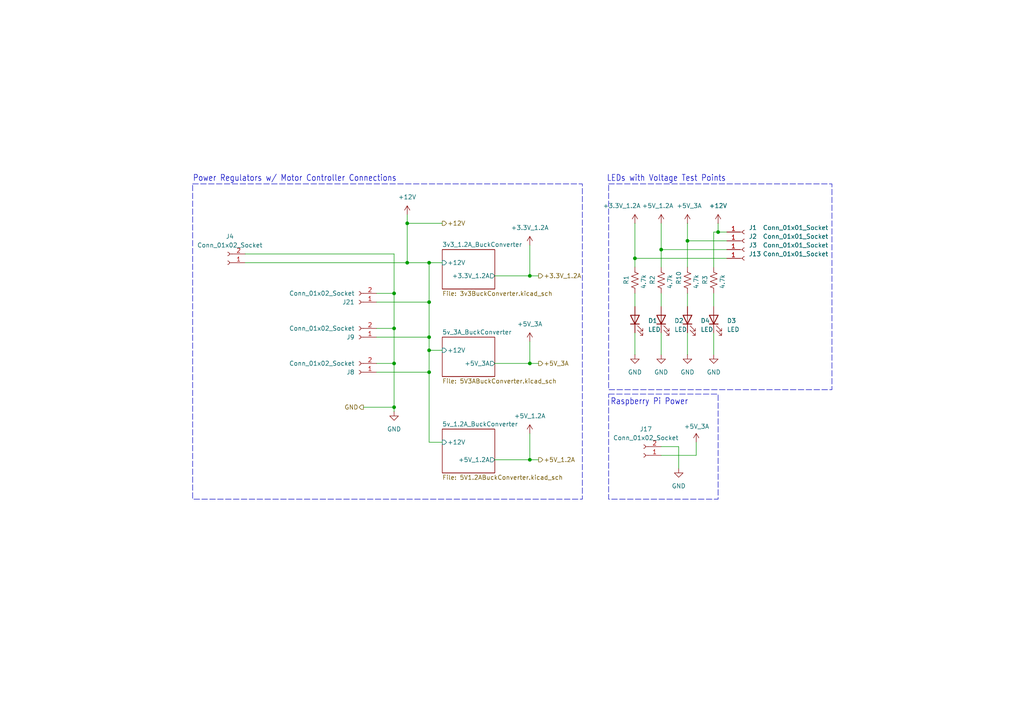
<source format=kicad_sch>
(kicad_sch (version 20231120) (generator "eeschema") (generator_version "8.0")
  (paper "A4")
  (title_block (title "Oxygen Delivery Robot Main PCB") (rev "1") (company "UIUC - ECE 445 Senior Design Lab - Spring 2024") (comment 1 "Rutvik Sayankar"))
  (lib_symbols
    (symbol "+12V_1" (power) (pin_numbers hide) (pin_names (offset 0) hide)
      (property "Value" "+12V" (at 0 3.556 0))
      (symbol "+12V_1_0_1"
        (polyline (pts (xy -0.762 1.27) (xy 0 2.54)))
        (polyline (pts (xy 0 0) (xy 0 2.54)))
        (polyline (pts (xy 0 2.54) (xy 0.762 1.27)))
      )
      (symbol "+12V_1_1_1"
        (pin power_in line (at 0 0 90) (length 0) (name "~") (number "1"))
      )
    )
    (symbol "+3.3V_1" (power) (pin_numbers hide) (pin_names (offset 0) hide)
      (property "Value" "+3.3V" (at 0 3.556 0))
      (symbol "+3.3V_1_0_1"
        (polyline (pts (xy -0.762 1.27) (xy 0 2.54)))
        (polyline (pts (xy 0 0) (xy 0 2.54)))
        (polyline (pts (xy 0 2.54) (xy 0.762 1.27)))
      )
      (symbol "+3.3V_1_1_1"
        (pin power_in line (at 0 0 90) (length 0) (name "~") (number "1"))
      )
    )
    (symbol "+3.3V_2" (power) (pin_numbers hide) (pin_names (offset 0) hide)
      (property "Value" "+3.3V" (at 0 3.556 0))
      (symbol "+3.3V_2_0_1"
        (polyline (pts (xy -0.762 1.27) (xy 0 2.54)))
        (polyline (pts (xy 0 0) (xy 0 2.54)))
        (polyline (pts (xy 0 2.54) (xy 0.762 1.27)))
      )
      (symbol "+3.3V_2_1_1"
        (pin power_in line (at 0 0 90) (length 0) (name "~") (number "1"))
      )
    )
    (symbol "+5V_1" (power) (pin_numbers hide) (pin_names (offset 0) hide)
      (property "Value" "+5V" (at 0 3.556 0))
      (symbol "+5V_1_0_1"
        (polyline (pts (xy -0.762 1.27) (xy 0 2.54)))
        (polyline (pts (xy 0 0) (xy 0 2.54)))
        (polyline (pts (xy 0 2.54) (xy 0.762 1.27)))
      )
      (symbol "+5V_1_1_1"
        (pin power_in line (at 0 0 90) (length 0) (name "~") (number "1"))
      )
    )
    (symbol "+5V_2" (power) (pin_numbers hide) (pin_names (offset 0) hide)
      (property "Value" "+5V" (at 0 3.556 0))
      (symbol "+5V_2_0_1"
        (polyline (pts (xy -0.762 1.27) (xy 0 2.54)))
        (polyline (pts (xy 0 0) (xy 0 2.54)))
        (polyline (pts (xy 0 2.54) (xy 0.762 1.27)))
      )
      (symbol "+5V_2_1_1"
        (pin power_in line (at 0 0 90) (length 0) (name "~") (number "1"))
      )
    )
    (symbol "Connector:Conn_01x01_Socket" (pin_names (offset 1.016) hide)
      (property "Reference" "J" (at 0 2.54 0))
      (property "Value" "Conn_01x01_Socket" (at 0 -2.54 0))
      (symbol "Conn_01x01_Socket_1_1"
        (polyline (pts (xy -1.27 0) (xy -0.508 0)) (stroke (width 0.1524)))
        (arc (start 0 0.508) (mid -0.5058 0) (end 0 -0.508) (stroke (width 0.1524)))
        (pin passive line (at -5.08 0 0) (length 3.81) (name "Pin_1") (number "1"))
      )
    )
    (symbol "Connector:Conn_01x02_Socket" (pin_names (offset 1.016) hide)
      (property "Reference" "J" (at 0 2.54 0))
      (property "Value" "Conn_01x02_Socket" (at 0 -5.08 0))
      (symbol "Conn_01x02_Socket_1_1"
        (arc (start 0 -2.032) (mid -0.5058 -2.54) (end 0 -3.048) (stroke (width 0.1524)))
        (polyline (pts (xy -1.27 -2.54) (xy -0.508 -2.54)) (stroke (width 0.1524)))
        (polyline (pts (xy -1.27 0) (xy -0.508 0)) (stroke (width 0.1524)))
        (arc (start 0 0.508) (mid -0.5058 0) (end 0 -0.508) (stroke (width 0.1524)))
        (pin passive line (at -5.08 0 0) (length 3.81) (name "Pin_1") (number "1"))
        (pin passive line (at -5.08 -2.54 0) (length 3.81) (name "Pin_2") (number "2"))
      )
    )
    (symbol "Device:LED" (pin_numbers hide) (pin_names (offset 1.016) hide)
      (property "Reference" "D" (at 0 2.54 0))
      (property "Value" "LED" (at 0 -2.54 0))
      (symbol "LED_0_1"
        (polyline (pts (xy -1.27 -1.27) (xy -1.27 1.27)) (stroke (width 0.254)))
        (polyline (pts (xy -1.27 0) (xy 1.27 0)))
        (polyline (pts (xy 1.27 -1.27) (xy 1.27 1.27) (xy -1.27 0) (xy 1.27 -1.27)) (stroke (width 0.254)))
        (polyline (pts (xy -3.048 -0.762) (xy -4.572 -2.286) (xy -3.81 -2.286) (xy -4.572 -2.286) (xy -4.572 -1.524)))
        (polyline (pts (xy -1.778 -0.762) (xy -3.302 -2.286) (xy -2.54 -2.286) (xy -3.302 -2.286) (xy -3.302 -1.524)))
      )
      (symbol "LED_1_1"
        (pin passive line (at -3.81 0 0) (length 2.54) (name "K") (number "1"))
        (pin passive line (at 3.81 0 180) (length 2.54) (name "A") (number "2"))
      )
    )
    (symbol "Device:R_US" (pin_numbers hide) (pin_names (offset 0))
      (property "Reference" "R" (at 2.54 0 90))
      (property "Value" "R_US" (at -2.54 0 90))
      (symbol "R_US_0_1"
        (polyline (pts (xy 0 -2.286) (xy 0 -2.54)))
        (polyline (pts (xy 0 2.286) (xy 0 2.54)))
        (polyline (pts (xy 0 -0.762) (xy 1.016 -1.143) (xy 0 -1.524) (xy -1.016 -1.905) (xy 0 -2.286)))
        (polyline (pts (xy 0 0.762) (xy 1.016 0.381) (xy 0 0) (xy -1.016 -0.381) (xy 0 -0.762)))
        (polyline (pts (xy 0 2.286) (xy 1.016 1.905) (xy 0 1.524) (xy -1.016 1.143) (xy 0 0.762)))
      )
      (symbol "R_US_1_1"
        (pin passive line (at 0 3.81 270) (length 1.27) (name "~") (number "1"))
        (pin passive line (at 0 -3.81 90) (length 1.27) (name "~") (number "2"))
      )
    )
    (symbol "GND_1" (power) (pin_numbers hide) (pin_names (offset 0) hide)
      (property "Value" "GND" (at 0 -3.81 0))
      (symbol "GND_1_0_1"
        (polyline (pts (xy 0 0) (xy 0 -1.27) (xy 1.27 -1.27) (xy 0 -2.54) (xy -1.27 -1.27) (xy 0 -1.27)))
      )
      (symbol "GND_1_1_1"
        (pin power_in line (at 0 0 270) (length 0) (name "~") (number "1"))
      )
    )
    (symbol "GND_2" (power) (pin_numbers hide) (pin_names (offset 0) hide)
      (property "Value" "GND" (at 0 -3.81 0))
      (symbol "GND_2_0_1"
        (polyline (pts (xy 0 0) (xy 0 -1.27) (xy 1.27 -1.27) (xy 0 -2.54) (xy -1.27 -1.27) (xy 0 -1.27)))
      )
      (symbol "GND_2_1_1"
        (pin power_in line (at 0 0 270) (length 0) (name "~") (number "1"))
      )
    )
    (symbol "power:GND" (power) (pin_numbers hide) (pin_names (offset 0) hide)
      (property "Value" "GND" (at 0 -3.81 0))
      (symbol "GND_0_1"
        (polyline (pts (xy 0 0) (xy 0 -1.27) (xy 1.27 -1.27) (xy 0 -2.54) (xy -1.27 -1.27) (xy 0 -1.27)))
      )
      (symbol "GND_1_1"
        (pin power_in line (at 0 0 270) (length 0) (name "~") (number "1"))
      )
    )
  )
  (junction (at 191.77 72.39))
  (junction (at 208.28 67.31))
  (junction (at 114.3 118.11))
  (junction (at 124.46 76.2))
  (junction (at 124.46 101.6))
  (junction (at 153.67 133.35))
  (junction (at 118.11 64.77))
  (junction (at 184.15 74.93))
  (junction (at 114.3 95.25))
  (junction (at 114.3 105.41))
  (junction (at 153.67 105.41))
  (junction (at 114.3 85.09))
  (junction (at 153.67 80.01))
  (junction (at 124.46 87.63))
  (junction (at 118.11 76.2))
  (junction (at 199.39 69.85))
  (junction (at 124.46 107.95))
  (junction (at 124.46 97.79))
  (wire (pts (xy 109.22 105.41) (xy 114.3 105.41)))
  (wire (pts (xy 153.67 80.01) (xy 156.21 80.01)))
  (wire (pts (xy 184.15 96.52) (xy 184.15 102.87)))
  (wire (pts (xy 208.28 67.31) (xy 210.82 67.31)))
  (wire (pts (xy 207.01 96.52) (xy 207.01 102.87)))
  (wire (pts (xy 128.27 128.27) (xy 124.46 128.27)))
  (wire (pts (xy 124.46 97.79) (xy 124.46 87.63)))
  (wire (pts (xy 199.39 85.09) (xy 199.39 88.9)))
  (wire (pts (xy 184.15 85.09) (xy 184.15 88.9)))
  (wire (pts (xy 153.67 133.35) (xy 153.67 125.73)))
  (wire (pts (xy 191.77 72.39) (xy 210.82 72.39)))
  (wire (pts (xy 105.41 118.11) (xy 114.3 118.11)))
  (wire (pts (xy 114.3 73.66) (xy 114.3 85.09)))
  (wire (pts (xy 109.22 85.09) (xy 114.3 85.09)))
  (wire (pts (xy 109.22 97.79) (xy 124.46 97.79)))
  (wire (pts (xy 124.46 87.63) (xy 124.46 76.2)))
  (wire (pts (xy 191.77 85.09) (xy 191.77 88.9)))
  (wire (pts (xy 184.15 74.93) (xy 210.82 74.93)))
  (wire (pts (xy 208.28 64.77) (xy 208.28 67.31)))
  (wire (pts (xy 191.77 132.08) (xy 201.93 132.08)))
  (wire (pts (xy 184.15 64.77) (xy 184.15 74.93)))
  (wire (pts (xy 153.67 99.06) (xy 153.67 105.41)))
  (wire (pts (xy 71.12 76.2) (xy 118.11 76.2)))
  (wire (pts (xy 153.67 105.41) (xy 156.21 105.41)))
  (wire (pts (xy 114.3 105.41) (xy 114.3 118.11)))
  (wire (pts (xy 118.11 62.23) (xy 118.11 64.77)))
  (wire (pts (xy 143.51 133.35) (xy 153.67 133.35)))
  (wire (pts (xy 191.77 96.52) (xy 191.77 102.87)))
  (wire (pts (xy 109.22 107.95) (xy 124.46 107.95)))
  (wire (pts (xy 199.39 69.85) (xy 210.82 69.85)))
  (wire (pts (xy 143.51 105.41) (xy 153.67 105.41)))
  (wire (pts (xy 71.12 73.66) (xy 114.3 73.66)))
  (wire (pts (xy 191.77 129.54) (xy 196.85 129.54)))
  (wire (pts (xy 124.46 128.27) (xy 124.46 107.95)))
  (wire (pts (xy 207.01 85.09) (xy 207.01 88.9)))
  (wire (pts (xy 184.15 74.93) (xy 184.15 77.47)))
  (wire (pts (xy 191.77 64.77) (xy 191.77 72.39)))
  (wire (pts (xy 199.39 64.77) (xy 199.39 69.85)))
  (wire (pts (xy 114.3 85.09) (xy 114.3 95.25)))
  (wire (pts (xy 118.11 64.77) (xy 118.11 76.2)))
  (wire (pts (xy 114.3 118.11) (xy 114.3 119.38)))
  (wire (pts (xy 124.46 101.6) (xy 124.46 97.79)))
  (wire (pts (xy 118.11 64.77) (xy 128.27 64.77)))
  (wire (pts (xy 109.22 87.63) (xy 124.46 87.63)))
  (wire (pts (xy 153.67 133.35) (xy 156.21 133.35)))
  (wire (pts (xy 207.01 67.31) (xy 208.28 67.31)))
  (wire (pts (xy 128.27 101.6) (xy 124.46 101.6)))
  (wire (pts (xy 114.3 95.25) (xy 114.3 105.41)))
  (wire (pts (xy 196.85 129.54) (xy 196.85 135.89)))
  (wire (pts (xy 109.22 95.25) (xy 114.3 95.25)))
  (wire (pts (xy 118.11 76.2) (xy 124.46 76.2)))
  (wire (pts (xy 201.93 132.08) (xy 201.93 128.27)))
  (wire (pts (xy 191.77 72.39) (xy 191.77 77.47)))
  (wire (pts (xy 153.67 80.01) (xy 153.67 71.12)))
  (wire (pts (xy 199.39 96.52) (xy 199.39 102.87)))
  (wire (pts (xy 124.46 107.95) (xy 124.46 101.6)))
  (wire (pts (xy 207.01 67.31) (xy 207.01 77.47)))
  (wire (pts (xy 143.51 80.01) (xy 153.67 80.01)))
  (wire (pts (xy 199.39 69.85) (xy 199.39 77.47)))
  (wire (pts (xy 124.46 76.2) (xy 128.27 76.2)))
  (rectangle (start 176.53 53.34) (end 241.3 113.03) (stroke (width 0) (type dash)))
  (rectangle (start 176.53 114.3) (end 208.28 144.78) (stroke (width 0) (type dash)))
  (rectangle (start 55.88 53.34) (end 168.91 144.78) (stroke (width 0) (type dash)))
  (text "Power Regulators w/ Motor Controller Connections\n" (at 115.062 52.832 0) (effects (font (size 1.778 1.5113)) (justify right bottom)))
  (text "Raspberry Pi Power" (at 199.644 117.602 0) (effects (font (size 1.778 1.5113)) (justify right bottom)))
  (text "LEDs with Voltage Test Points" (at 210.566 52.832 0) (effects (font (size 1.778 1.5113)) (justify right bottom)))
  (hierarchical_label "GND" (shape output) (at 105.41 118.11 180))
  (hierarchical_label "+3.3V_1.2A" (shape output) (at 156.21 80.01 0))
  (hierarchical_label "+5V_3A" (shape output) (at 156.21 105.41 0))
  (hierarchical_label "+5V_1.2A" (shape output) (at 156.21 133.35 0))
  (hierarchical_label "+12V" (shape output) (at 128.27 64.77 0))
  (symbol (lib_id "Connector:Conn_01x01_Socket") (at 215.9 67.31 0) (unit 1)
    (property "Reference" "J1" (at 217.17 66.0399 0) (effects (justify left)))
    (property "Value" "Conn_01x01_Socket" (at 221.234 66.04 0) (effects (justify left)))
    (property "Footprint" "Connector_PinHeader_2.54mm:PinHeader_1x01_P2.54mm_Vertical" (effects (hide yes)))
    (property "Description" "Generic connector, single row, 01x01, script generated" (effects (hide yes)))
  )
  (symbol (lib_id "power:GND") (at 184.15 102.87 0) (unit 1)
    (property "Reference" "#PWR06" (effects (hide yes)))
    (property "Value" "GND" (at 184.15 107.95 0))
    (property "Description" "Power symbol creates a global label with name \"GND\" , ground" (effects (hide yes)))
  )
  (symbol (lib_id "Connector:Conn_01x02_Socket") (at 104.14 87.63 180) (unit 1)
    (property "Reference" "J21" (at 102.87 87.6301 0) (effects (justify left)))
    (property "Value" "Conn_01x02_Socket" (at 102.87 85.0901 0) (effects (justify left)))
    (property "Footprint" "Connector_Wire:SolderWire-0.5sqmm_1x02_P4.8mm_D0.9mm_OD2.3mm" (effects (hide yes)))
    (property "Description" "Generic connector, single row, 01x02, script generated" (effects (hide yes)))
  )
  (symbol (lib_name "+3.3V_2") (lib_id "power:+3.3V") (at 199.39 64.77 0) (unit 1)
    (property "Reference" "#PWR08" (effects (hide yes)))
    (property "Value" "+5V_3A" (at 199.898 59.69 0))
    (property "Description" "Power symbol creates a global label with name \"+3.3V\"" (effects (hide yes)))
  )
  (symbol (lib_name "+12V_1") (lib_id "power:+12V") (at 118.11 62.23 0) (unit 1)
    (property "Reference" "#PWR053" (effects (hide yes)))
    (property "Value" "+12V" (at 118.11 57.15 0))
    (property "Description" "Power symbol creates a global label with name \"+12V\"" (effects (hide yes)))
  )
  (symbol (lib_id "Connector:Conn_01x02_Socket") (at 186.69 132.08 180) (unit 1)
    (property "Reference" "J17" (at 187.325 124.46 0))
    (property "Value" "Conn_01x02_Socket" (at 187.325 127 0))
    (property "Footprint" "Connector_Wire:SolderWire-0.5sqmm_1x02_P4.8mm_D0.9mm_OD2.3mm" (effects (hide yes)))
    (property "Description" "Generic connector, single row, 01x02, script generated" (effects (hide yes)))
  )
  (symbol (lib_id "power:GND") (at 191.77 102.87 0) (unit 1)
    (property "Reference" "#PWR09" (effects (hide yes)))
    (property "Value" "GND" (at 191.77 107.95 0))
    (property "Description" "Power symbol creates a global label with name \"GND\" , ground" (effects (hide yes)))
  )
  (symbol (lib_name "GND_2") (lib_id "power:GND") (at 196.85 135.89 0) (unit 1)
    (property "Reference" "#PWR032" (effects (hide yes)))
    (property "Value" "GND" (at 196.85 140.97 0))
    (property "Description" "Power symbol creates a global label with name \"GND\" , ground" (effects (hide yes)))
  )
  (symbol (lib_id "Connector:Conn_01x01_Socket") (at 215.9 69.85 0) (unit 1)
    (property "Reference" "J2" (at 217.17 68.5799 0) (effects (justify left)))
    (property "Value" "Conn_01x01_Socket" (at 221.234 68.58 0) (effects (justify left)))
    (property "Footprint" "Connector_PinHeader_2.54mm:PinHeader_1x01_P2.54mm_Vertical" (effects (hide yes)))
    (property "Description" "Generic connector, single row, 01x01, script generated" (effects (hide yes)))
  )
  (symbol (lib_name "+5V_1") (lib_id "power:+5V") (at 201.93 128.27 0) (unit 1)
    (property "Reference" "#PWR031" (effects (hide yes)))
    (property "Value" "+5V_3A" (at 198.374 123.698 0) (effects (justify left)))
    (property "Description" "Power symbol creates a global label with name \"+5V\"" (effects (hide yes)))
  )
  (symbol (lib_id "Device:LED") (at 199.39 92.71 90) (unit 1)
    (property "Reference" "D4" (at 203.2 93.0274 90) (effects (justify right)))
    (property "Value" "LED" (at 203.2 95.5674 90) (effects (justify right)))
    (property "Footprint" "LED_THT:LED_D3.0mm_Clear" (effects (hide yes)))
  )
  (symbol (lib_id "power:GND") (at 199.39 102.87 0) (unit 1)
    (property "Reference" "#PWR011" (effects (hide yes)))
    (property "Value" "GND" (at 199.39 107.95 0))
    (property "Description" "Power symbol creates a global label with name \"GND\" , ground" (effects (hide yes)))
  )
  (symbol (lib_id "Connector:Conn_01x01_Socket") (at 215.9 72.39 0) (unit 1)
    (property "Reference" "J3" (at 217.17 71.1199 0) (effects (justify left)))
    (property "Value" "Conn_01x01_Socket" (at 221.234 71.12 0) (effects (justify left)))
    (property "Footprint" "Connector_PinHeader_2.54mm:PinHeader_1x01_P2.54mm_Vertical" (effects (hide yes)))
    (property "Description" "Generic connector, single row, 01x01, script generated" (effects (hide yes)))
  )
  (symbol (lib_id "Device:LED") (at 207.01 92.71 90) (unit 1)
    (property "Reference" "D3" (at 210.82 93.0274 90) (effects (justify right)))
    (property "Value" "LED" (at 210.82 95.5674 90) (effects (justify right)))
    (property "Footprint" "LED_THT:LED_D3.0mm_Clear" (effects (hide yes)))
  )
  (symbol (lib_name "GND_1") (lib_id "power:GND") (at 114.3 119.38 0) (unit 1)
    (property "Reference" "#PWR047" (effects (hide yes)))
    (property "Value" "GND" (at 114.3 124.46 0))
    (property "Description" "Power symbol creates a global label with name \"GND\" , ground" (effects (hide yes)))
  )
  (symbol (lib_id "Device:R_US") (at 184.15 81.28 0) (unit 1)
    (property "Reference" "R1" (at 181.61 82.55 90) (effects (justify left)))
    (property "Value" "4.7k" (at 186.69 83.82 90) (effects (justify left)))
    (property "Footprint" "Resistor_THT:R_Axial_DIN0207_L6.3mm_D2.5mm_P7.62mm_Horizontal" (effects (hide yes)))
  )
  (symbol (lib_id "Device:LED") (at 191.77 92.71 90) (unit 1)
    (property "Reference" "D2" (at 195.58 93.0274 90) (effects (justify right)))
    (property "Value" "LED" (at 195.58 95.5674 90) (effects (justify right)))
    (property "Footprint" "LED_THT:LED_D3.0mm_Clear" (effects (hide yes)))
  )
  (symbol (lib_id "Device:R_US") (at 207.01 81.28 0) (unit 1)
    (property "Reference" "R3" (at 204.47 82.55 90) (effects (justify left)))
    (property "Value" "4.7k" (at 209.55 83.82 90) (effects (justify left)))
    (property "Footprint" "Resistor_THT:R_Axial_DIN0207_L6.3mm_D2.5mm_P7.62mm_Horizontal" (effects (hide yes)))
  )
  (symbol (lib_id "power:GND") (at 207.01 102.87 0) (unit 1)
    (property "Reference" "#PWR051" (effects (hide yes)))
    (property "Value" "GND" (at 207.01 107.95 0))
    (property "Description" "Power symbol creates a global label with name \"GND\" , ground" (effects (hide yes)))
  )
  (symbol (lib_id "Device:R_US") (at 191.77 81.28 0) (unit 1)
    (property "Reference" "R2" (at 189.23 82.55 90) (effects (justify left)))
    (property "Value" "4.7k" (at 194.31 83.82 90) (effects (justify left)))
    (property "Footprint" "Resistor_THT:R_Axial_DIN0207_L6.3mm_D2.5mm_P7.62mm_Horizontal" (effects (hide yes)))
  )
  (symbol (lib_id "Connector:Conn_01x02_Socket") (at 104.14 107.95 180) (unit 1)
    (property "Reference" "J8" (at 102.87 107.9501 0) (effects (justify left)))
    (property "Value" "Conn_01x02_Socket" (at 102.87 105.4101 0) (effects (justify left)))
    (property "Footprint" "Connector_Wire:SolderWire-0.5sqmm_1x02_P4.8mm_D0.9mm_OD2.3mm" (effects (hide yes)))
    (property "Description" "Generic connector, single row, 01x02, script generated" (effects (hide yes)))
  )
  (symbol (lib_name "+3.3V_1") (lib_id "power:+3.3V") (at 153.67 71.12 0) (unit 1)
    (property "Reference" "#PWR048" (effects (hide yes)))
    (property "Value" "+3.3V_1.2A" (at 153.67 66.04 0))
    (property "Description" "Power symbol creates a global label with name \"+3.3V\"" (effects (hide yes)))
  )
  (symbol (lib_id "Device:LED") (at 184.15 92.71 90) (unit 1)
    (property "Reference" "D1" (at 187.96 93.0274 90) (effects (justify right)))
    (property "Value" "LED" (at 187.96 95.5674 90) (effects (justify right)))
    (property "Footprint" "LED_THT:LED_D3.0mm_Clear" (effects (hide yes)))
  )
  (symbol (lib_name "+5V_2") (lib_id "power:+5V") (at 191.77 64.77 0) (unit 1)
    (property "Reference" "#PWR010" (effects (hide yes)))
    (property "Value" "+5V_1.2A" (at 190.754 59.69 0))
    (property "Description" "Power symbol creates a global label with name \"+5V\"" (effects (hide yes)))
  )
  (symbol (lib_name "+3.3V_1") (lib_id "power:+3.3V") (at 184.15 64.77 0) (unit 1)
    (property "Reference" "#PWR07" (effects (hide yes)))
    (property "Value" "+3.3V_1.2A" (at 180.34 59.69 0))
    (property "Description" "Power symbol creates a global label with name \"+3.3V\"" (effects (hide yes)))
  )
  (symbol (lib_id "Connector:Conn_01x01_Socket") (at 215.9 74.93 0) (unit 1)
    (property "Reference" "J13" (at 217.17 73.6599 0) (effects (justify left)))
    (property "Value" "Conn_01x01_Socket" (at 221.234 73.66 0) (effects (justify left)))
    (property "Footprint" "Connector_PinHeader_2.54mm:PinHeader_1x01_P2.54mm_Vertical" (effects (hide yes)))
    (property "Description" "Generic connector, single row, 01x01, script generated" (effects (hide yes)))
  )
  (symbol (lib_name "+3.3V_2") (lib_id "power:+3.3V") (at 153.67 99.06 0) (unit 1)
    (property "Reference" "#PWR049" (effects (hide yes)))
    (property "Value" "+5V_3A" (at 153.67 93.98 0))
    (property "Description" "Power symbol creates a global label with name \"+3.3V\"" (effects (hide yes)))
  )
  (symbol (lib_id "Device:R_US") (at 199.39 81.28 0) (unit 1)
    (property "Reference" "R10" (at 196.85 82.55 90) (effects (justify left)))
    (property "Value" "4.7k" (at 201.93 83.82 90) (effects (justify left)))
    (property "Footprint" "Resistor_THT:R_Axial_DIN0207_L6.3mm_D2.5mm_P7.62mm_Horizontal" (effects (hide yes)))
  )
  (symbol (lib_id "Connector:Conn_01x02_Socket") (at 66.04 76.2 180) (unit 1)
    (property "Reference" "J4" (at 66.675 68.58 0))
    (property "Value" "Conn_01x02_Socket" (at 66.675 71.12 0))
    (property "Footprint" "Connector_Wire:SolderWire-0.5sqmm_1x02_P4.8mm_D0.9mm_OD2.3mm" (effects (hide yes)))
    (property "Description" "Generic connector, single row, 01x02, script generated" (effects (hide yes)))
  )
  (symbol (lib_name "+12V_1") (lib_id "power:+12V") (at 208.28 64.77 0) (unit 1)
    (property "Reference" "#PWR052" (effects (hide yes)))
    (property "Value" "+12V" (at 208.28 59.69 0))
    (property "Description" "Power symbol creates a global label with name \"+12V\"" (effects (hide yes)))
  )
  (symbol (lib_name "+5V_2") (lib_id "power:+5V") (at 153.67 125.73 0) (unit 1)
    (property "Reference" "#PWR050" (effects (hide yes)))
    (property "Value" "+5V_1.2A" (at 153.67 120.65 0))
    (property "Description" "Power symbol creates a global label with name \"+5V\"" (effects (hide yes)))
  )
  (symbol (lib_id "Connector:Conn_01x02_Socket") (at 104.14 97.79 180) (unit 1)
    (property "Reference" "J9" (at 102.87 97.7901 0) (effects (justify left)))
    (property "Value" "Conn_01x02_Socket" (at 102.87 95.2501 0) (effects (justify left)))
    (property "Footprint" "Connector_Wire:SolderWire-0.5sqmm_1x02_P4.8mm_D0.9mm_OD2.3mm" (effects (hide yes)))
    (property "Description" "Generic connector, single row, 01x02, script generated" (effects (hide yes)))
  )
  (sheet (at 128.27 97.79) (size 15.24 11.43) (stroke (width 0.1524))
    (property "Sheetname" "5v_3A_BuckConverter" (at 128.27 97.0784 0) (effects (justify left bottom)))
    (property "Sheetfile" "5V3ABuckConverter.kicad_sch" (at 128.27 109.8046 0) (effects (justify left top)))
    (pin "+5V_3A" output (at 143.51 105.41 0))
    (pin "+12V" input (at 128.27 101.6 180))
  )
  (sheet (at 128.27 72.39) (size 15.24 11.43) (stroke (width 0.1524))
    (property "Sheetname" "3v3_1.2A_BuckConverter" (at 128.27 71.6784 0) (effects (justify left bottom)))
    (property "Sheetfile" "3v3BuckConverter.kicad_sch" (at 128.27 84.4046 0) (effects (justify left top)))
    (pin "+3.3V_1.2A" output (at 143.51 80.01 0))
    (pin "+12V" input (at 128.27 76.2 180))
  )
  (sheet (at 128.27 124.46) (size 15.24 12.7) (stroke (width 0.1524))
    (property "Sheetname" "5v_1.2A_BuckConverter" (at 128.27 123.7484 0) (effects (justify left bottom)))
    (property "Sheetfile" "5V1.2ABuckConverter.kicad_sch" (at 128.27 137.7446 0) (effects (justify left top)))
    (pin "+5V_1.2A" output (at 143.51 133.35 0))
    (pin "+12V" input (at 128.27 128.27 180))
  )
)
</source>
